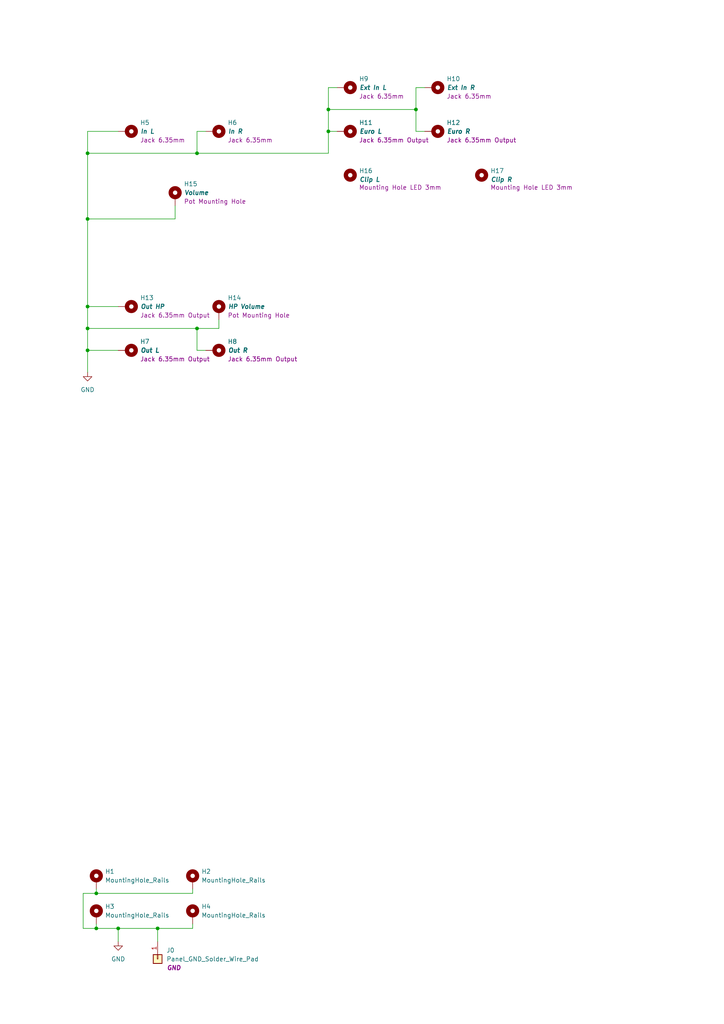
<source format=kicad_sch>
(kicad_sch (version 20250114) (generator "eeschema") (generator_version "9.0")
  (paper "A4" portrait)
  (title_block (title "Kosmo Format Front Panel - 5 cm") (company "DMH Instruments"))
  (lib_symbols
    (symbol "Mechanical:MountingHole" (pin_names (offset 1.016)) (in_bom no)
      (property "Reference" "H" (at 0 5.08 0))
      (property "Value" "MountingHole" (at 0 3.175 0))
      (symbol "MountingHole_0_1"
        (circle (center 0 0) (radius 1.27) (stroke (width 1.27)))
      )
    )
    (symbol "SynthStuff:MountingHole_Jack6.35mm_Output_v2" (pin_numbers (hide yes)) (pin_names (offset 1.016) (hide yes)) (exclude_from_sim yes) (in_bom no)
      (property "Reference" "H" (at 0 5.08 0))
      (property "Value" "SIGNAL NAME" (at 0 3.175 0))
      (property "Description" "Jack 6.35mm Output" (at 0.254 -3.302 0))
      (symbol "MountingHole_Jack6.35mm_Output_v2_0_1"
        (circle (center 0 0) (radius 1.27) (stroke (width 1.27)))
      )
      (symbol "MountingHole_Jack6.35mm_Output_v2_1_1"
        (pin input line (at -3.81 0 0) (length 2.54) (name "1") (number "1"))
      )
    )
    (symbol "SynthStuff:MountingHole_Jack6.35mm_v2" (pin_numbers (hide yes)) (pin_names (offset 1.016) (hide yes)) (exclude_from_sim yes) (in_bom no)
      (property "Reference" "H" (at 0 5.08 0))
      (property "Value" "SIGNAL NAME" (at 0 3.175 0))
      (property "Description" "Jack 6.35mm" (at 0 -3.048 0))
      (symbol "MountingHole_Jack6.35mm_v2_0_1"
        (circle (center 0 0) (radius 1.27) (stroke (width 1.27)))
      )
      (symbol "MountingHole_Jack6.35mm_v2_1_1"
        (pin input line (at -3.81 0 0) (length 2.54) (name "1") (number "1"))
      )
    )
    (symbol "SynthStuff:MountingHole_Pot" (pin_numbers (hide yes)) (pin_names (offset 1.016) (hide yes)) (exclude_from_sim yes)
      (property "Reference" "H" (at 0 6.35 0))
      (property "Value" "Function" (at 0 4.445 0))
      (property "Description" "Pot Mounting Hole" (at 0 0 0))
      (symbol "MountingHole_Pot_0_1"
        (circle (center 0 1.27) (radius 1.27) (stroke (width 1.27)))
      )
      (symbol "MountingHole_Pot_1_1"
        (pin input line (at 0 -2.54 90) (length 2.54) (name "1") (number "1"))
      )
    )
    (symbol "SynthStuff:MountingHole_Rails" (pin_numbers (hide yes)) (pin_names (offset 1.016) (hide yes)) (exclude_from_sim yes) (in_bom no)
      (property "Reference" "H" (at 0 6.35 0))
      (property "Value" "MountingHole_Rails" (at 0 4.445 0))
      (symbol "MountingHole_Rails_0_1"
        (circle (center 0 1.27) (radius 1.27) (stroke (width 1.27)))
      )
      (symbol "MountingHole_Rails_1_1"
        (pin input line (at 0 -2.54 90) (length 2.54) (name "1") (number "1"))
      )
    )
    (symbol "SynthStuff:Panel_GND_Solder_Wire_Pad" (pin_names (offset 1.016) (hide yes)) (in_bom no)
      (property "Reference" "J" (at 0 2.54 0))
      (property "Value" "Panel_GND_Solder_Wire_Pad" (at 0 -5.08 0))
      (property "Function" "Panel GND" (at 0 -2.794 0))
      (symbol "Panel_GND_Solder_Wire_Pad_1_1"
        (rectangle (start -1.27 1.27) (end 1.27 -1.27) (stroke (width 0.254)) (fill (type background)))
        (rectangle (start -1.27 0.127) (end 0 -0.127) (stroke (width 0.1524)))
        (pin power_out line (at -5.08 0 0) (length 3.81) (name "Pin_1") (number "1"))
      )
    )
    (symbol "power:GND" (power) (pin_numbers (hide yes)) (pin_names (offset 0) (hide yes))
      (property "Value" "GND" (at 0 -3.81 0))
      (symbol "GND_0_1"
        (polyline (pts (xy 0 0) (xy 0 -1.27) (xy 1.27 -1.27) (xy 0 -2.54) (xy -1.27 -1.27) (xy 0 -1.27)))
      )
      (symbol "GND_1_1"
        (pin power_in line (at 0 0 270) (length 0) (name "~") (number "1"))
      )
    )
  )
  (junction (at 34.29 269.24))
  (junction (at 57.15 95.25))
  (junction (at 45.72 269.24))
  (junction (at 25.4 63.5))
  (junction (at 95.25 38.1))
  (junction (at 25.4 44.45))
  (junction (at 120.65 31.75))
  (junction (at 27.94 269.24))
  (junction (at 57.15 44.45))
  (junction (at 25.4 101.6))
  (junction (at 25.4 95.25))
  (junction (at 25.4 88.9))
  (junction (at 27.94 259.08))
  (junction (at 95.25 31.75))
  (wire (pts (xy 59.69 101.6) (xy 57.15 101.6)))
  (wire (pts (xy 25.4 88.9) (xy 25.4 95.25)))
  (wire (pts (xy 55.88 267.97) (xy 55.88 269.24)))
  (wire (pts (xy 25.4 44.45) (xy 25.4 63.5)))
  (wire (pts (xy 120.65 31.75) (xy 120.65 38.1)))
  (wire (pts (xy 27.94 259.08) (xy 55.88 259.08)))
  (wire (pts (xy 27.94 269.24) (xy 27.94 267.97)))
  (wire (pts (xy 24.13 269.24) (xy 27.94 269.24)))
  (wire (pts (xy 63.5 92.71) (xy 63.5 95.25)))
  (wire (pts (xy 57.15 95.25) (xy 25.4 95.25)))
  (wire (pts (xy 25.4 38.1) (xy 25.4 44.45)))
  (wire (pts (xy 95.25 25.4) (xy 95.25 31.75)))
  (wire (pts (xy 45.72 269.24) (xy 45.72 273.05)))
  (wire (pts (xy 34.29 269.24) (xy 34.29 273.05)))
  (wire (pts (xy 95.25 31.75) (xy 120.65 31.75)))
  (wire (pts (xy 120.65 25.4) (xy 120.65 31.75)))
  (wire (pts (xy 50.8 59.69) (xy 50.8 63.5)))
  (wire (pts (xy 25.4 38.1) (xy 34.29 38.1)))
  (wire (pts (xy 57.15 38.1) (xy 57.15 44.45)))
  (wire (pts (xy 24.13 259.08) (xy 24.13 269.24)))
  (wire (pts (xy 55.88 257.81) (xy 55.88 259.08)))
  (wire (pts (xy 120.65 38.1) (xy 123.19 38.1)))
  (wire (pts (xy 123.19 25.4) (xy 120.65 25.4)))
  (wire (pts (xy 34.29 88.9) (xy 25.4 88.9)))
  (wire (pts (xy 25.4 44.45) (xy 57.15 44.45)))
  (wire (pts (xy 45.72 269.24) (xy 34.29 269.24)))
  (wire (pts (xy 25.4 101.6) (xy 25.4 107.95)))
  (wire (pts (xy 25.4 101.6) (xy 34.29 101.6)))
  (wire (pts (xy 57.15 38.1) (xy 59.69 38.1)))
  (wire (pts (xy 27.94 259.08) (xy 24.13 259.08)))
  (wire (pts (xy 95.25 44.45) (xy 57.15 44.45)))
  (wire (pts (xy 27.94 259.08) (xy 27.94 257.81)))
  (wire (pts (xy 63.5 95.25) (xy 57.15 95.25)))
  (wire (pts (xy 57.15 95.25) (xy 57.15 101.6)))
  (wire (pts (xy 95.25 38.1) (xy 95.25 44.45)))
  (wire (pts (xy 25.4 63.5) (xy 25.4 88.9)))
  (wire (pts (xy 50.8 63.5) (xy 25.4 63.5)))
  (wire (pts (xy 25.4 95.25) (xy 25.4 101.6)))
  (wire (pts (xy 95.25 31.75) (xy 95.25 38.1)))
  (wire (pts (xy 97.79 25.4) (xy 95.25 25.4)))
  (wire (pts (xy 55.88 269.24) (xy 45.72 269.24)))
  (wire (pts (xy 34.29 269.24) (xy 27.94 269.24)))
  (wire (pts (xy 97.79 38.1) (xy 95.25 38.1)))
  (symbol (lib_id "Mechanical:MountingHole") (at 139.7 50.8 0) (unit 1) (in_bom no)
    (property "Reference" "H17" (at 142.24 49.5299 0) (effects (justify left)))
    (property "Value" "Clip R" (at 142.24 52.0699 0) (effects (font (thickness 0.254) (bold yes) (italic yes)) (justify left)))
    (property "Footprint" "SynthStuff:MountingHole_LED_3mm" (effects (hide yes)))
    (property "Description" "Mounting Hole LED 3mm" (at 154.178 54.356 0))
  )
  (symbol (lib_id "SynthStuff:MountingHole_Pot") (at 50.8 57.15 0) (unit 1) (exclude_from_sim yes)
    (property "Reference" "H15" (at 53.34 53.3399 0) (effects (justify left)))
    (property "Value" "Volume" (at 53.34 55.88 0) (effects (font (thickness 0.254) (bold yes) (italic yes)) (justify left)))
    (property "Footprint" "SynthStuff:Pot_Cutout_Medium" (effects (hide yes)))
    (property "Description" "Pot Mounting Hole" (at 53.34 58.4199 0) (effects (justify left)))
  )
  (symbol (lib_id "SynthStuff:MountingHole_Jack6.35mm_Output_v2") (at 127 38.1 0) (unit 1) (exclude_from_sim yes) (in_bom no)
    (property "Reference" "H12" (at 129.54 35.5599 0) (effects (justify left)))
    (property "Value" "Euro R" (at 129.54 38.1 0) (effects (font (thickness 0.254) (bold yes) (italic yes)) (justify left)))
    (property "Footprint" "SynthStuff:Jack_6.35mm_Cutout_Output_v6" (effects (hide yes)))
    (property "Description" "Jack 6.35mm Output" (at 129.54 40.6399 0) (effects (justify left)))
  )
  (symbol (lib_id "SynthStuff:MountingHole_Rails") (at 55.88 255.27 0) (unit 1) (in_bom no)
    (property "Reference" "H2" (at 58.42 252.7299 0) (effects (justify left)))
    (property "Value" "MountingHole_Rails" (at 58.42 255.2699 0) (effects (justify left)))
    (property "Footprint" "SynthStuff:MountingHole_Rails" (effects (hide yes)))
    (property "Description" "Mounting Hole with connection" (effects (hide yes)))
  )
  (symbol (lib_id "SynthStuff:MountingHole_Jack6.35mm_v2") (at 38.1 38.1 0) (unit 1) (exclude_from_sim yes) (in_bom no)
    (property "Reference" "H5" (at 40.64 35.5599 0) (effects (justify left)))
    (property "Value" "In L" (at 40.64 38.1 0) (effects (font (thickness 0.254) (bold yes) (italic yes)) (justify left)))
    (property "Footprint" "SynthStuff:Jack_6.35mm_Cutout_v3" (effects (hide yes)))
    (property "Description" "Jack 6.35mm" (at 40.64 40.6399 0) (effects (justify left)))
  )
  (symbol (lib_id "SynthStuff:MountingHole_Jack6.35mm_Output_v2") (at 101.6 38.1 0) (unit 1) (exclude_from_sim yes) (in_bom no)
    (property "Reference" "H11" (at 104.14 35.5599 0) (effects (justify left)))
    (property "Value" "Euro L" (at 104.14 38.1 0) (effects (font (thickness 0.254) (bold yes) (italic yes)) (justify left)))
    (property "Footprint" "SynthStuff:Jack_6.35mm_Cutout_Output_v6" (effects (hide yes)))
    (property "Description" "Jack 6.35mm Output" (at 104.14 40.6399 0) (effects (justify left)))
  )
  (symbol (lib_id "Mechanical:MountingHole") (at 101.6 50.8 0) (unit 1) (in_bom no)
    (property "Reference" "H16" (at 104.14 49.5299 0) (effects (justify left)))
    (property "Value" "Clip L" (at 104.14 52.0699 0) (effects (font (thickness 0.254) (bold yes) (italic yes)) (justify left)))
    (property "Footprint" "SynthStuff:MountingHole_LED_3mm" (effects (hide yes)))
    (property "Description" "Mounting Hole LED 3mm" (at 116.078 54.356 0))
  )
  (symbol (lib_id "power:GND") (at 25.4 107.95 0) (unit 1)
    (property "Reference" "#PWR02" (effects (hide yes)))
    (property "Value" "GND" (at 25.4 113.03 0))
    (property "Description" "Power symbol creates a global label with name \"GND\" , ground" (effects (hide yes)))
  )
  (symbol (lib_id "SynthStuff:MountingHole_Jack6.35mm_v2") (at 63.5 38.1 0) (unit 1) (exclude_from_sim yes) (in_bom no)
    (property "Reference" "H6" (at 66.04 35.5599 0) (effects (justify left)))
    (property "Value" "In R" (at 66.04 38.1 0) (effects (font (thickness 0.254) (bold yes) (italic yes)) (justify left)))
    (property "Footprint" "SynthStuff:Jack_6.35mm_Cutout_v3" (effects (hide yes)))
    (property "Description" "Jack 6.35mm" (at 66.04 40.6399 0) (effects (justify left)))
  )
  (symbol (lib_id "SynthStuff:MountingHole_Jack6.35mm_v2") (at 127 25.4 0) (unit 1) (exclude_from_sim yes) (in_bom no)
    (property "Reference" "H10" (at 129.54 22.8599 0) (effects (justify left)))
    (property "Value" "Ext In R" (at 129.54 25.4 0) (effects (font (thickness 0.254) (bold yes) (italic yes)) (justify left)))
    (property "Footprint" "SynthStuff:Jack_6.35mm_Cutout_v3" (effects (hide yes)))
    (property "Description" "Jack 6.35mm" (at 129.54 27.9399 0) (effects (justify left)))
  )
  (symbol (lib_id "SynthStuff:MountingHole_Jack6.35mm_v2") (at 101.6 25.4 0) (unit 1) (exclude_from_sim yes) (in_bom no)
    (property "Reference" "H9" (at 104.14 22.8599 0) (effects (justify left)))
    (property "Value" "Ext In L" (at 104.14 25.4 0) (effects (font (thickness 0.254) (bold yes) (italic yes)) (justify left)))
    (property "Footprint" "SynthStuff:Jack_6.35mm_Cutout_v3" (effects (hide yes)))
    (property "Description" "Jack 6.35mm" (at 104.14 27.9399 0) (effects (justify left)))
  )
  (symbol (lib_id "SynthStuff:MountingHole_Jack6.35mm_Output_v2") (at 38.1 101.6 0) (unit 1) (exclude_from_sim yes) (in_bom no)
    (property "Reference" "H7" (at 40.64 99.0599 0) (effects (justify left)))
    (property "Value" "Out L" (at 40.64 101.6 0) (effects (font (thickness 0.254) (bold yes) (italic yes)) (justify left)))
    (property "Footprint" "SynthStuff:Jack_6.35mm_Cutout_Output_v6" (effects (hide yes)))
    (property "Description" "Jack 6.35mm Output" (at 40.64 104.1399 0) (effects (justify left)))
  )
  (symbol (lib_id "power:GND") (at 34.29 273.05 0) (unit 1)
    (property "Reference" "#PWR01" (effects (hide yes)))
    (property "Value" "GND" (at 34.29 278.13 0))
    (property "Description" "Power symbol creates a global label with name \"GND\" , ground" (effects (hide yes)))
  )
  (symbol (lib_id "SynthStuff:MountingHole_Pot") (at 63.5 90.17 0) (unit 1) (exclude_from_sim yes)
    (property "Reference" "H14" (at 66.04 86.3599 0) (effects (justify left)))
    (property "Value" "HP Volume" (at 66.04 88.9 0) (effects (font (thickness 0.254) (bold yes) (italic yes)) (justify left)))
    (property "Footprint" "SynthStuff:Pot_Cutout_Tiny" (effects (hide yes)))
    (property "Description" "Pot Mounting Hole" (at 66.04 91.4399 0) (effects (justify left)))
  )
  (symbol (lib_id "SynthStuff:MountingHole_Rails") (at 27.94 265.43 0) (unit 1) (in_bom no)
    (property "Reference" "H3" (at 30.48 262.8899 0) (effects (justify left)))
    (property "Value" "MountingHole_Rails" (at 30.48 265.4299 0) (effects (justify left)))
    (property "Footprint" "SynthStuff:MountingHole_Rails" (effects (hide yes)))
    (property "Description" "Mounting Hole with connection" (effects (hide yes)))
  )
  (symbol (lib_id "SynthStuff:MountingHole_Jack6.35mm_Output_v2") (at 63.5 101.6 0) (unit 1) (exclude_from_sim yes) (in_bom no)
    (property "Reference" "H8" (at 66.04 99.0599 0) (effects (justify left)))
    (property "Value" "Out R" (at 66.04 101.6 0) (effects (font (thickness 0.254) (bold yes) (italic yes)) (justify left)))
    (property "Footprint" "SynthStuff:Jack_6.35mm_Cutout_Output_v6" (effects (hide yes)))
    (property "Description" "Jack 6.35mm Output" (at 66.04 104.1399 0) (effects (justify left)))
  )
  (symbol (lib_id "SynthStuff:MountingHole_Rails") (at 55.88 265.43 0) (unit 1) (in_bom no)
    (property "Reference" "H4" (at 58.42 262.8899 0) (effects (justify left)))
    (property "Value" "MountingHole_Rails" (at 58.42 265.4299 0) (effects (justify left)))
    (property "Footprint" "SynthStuff:MountingHole_Rails" (effects (hide yes)))
    (property "Description" "Mounting Hole with connection" (effects (hide yes)))
  )
  (symbol (lib_id "SynthStuff:Panel_GND_Solder_Wire_Pad") (at 45.72 278.13 270) (unit 1) (in_bom no)
    (property "Reference" "J0" (at 48.26 275.5899 90) (effects (justify left)))
    (property "Value" "Panel_GND_Solder_Wire_Pad" (at 48.26 278.1299 90) (effects (justify left)))
    (property "Footprint" "SynthStuff:Panel_GND_SolderWirePad_5x10mm" (effects (hide yes)))
    (property "Description" "Solder pad to allow connection between PCB and Front Panel" (effects (hide yes)))
    (property "Function" "GND" (at 48.26 280.67 90) (effects (font (thickness 0.254) (bold yes) (italic yes)) (justify left)))
  )
  (symbol (lib_id "SynthStuff:MountingHole_Jack6.35mm_Output_v2") (at 38.1 88.9 0) (unit 1) (exclude_from_sim yes) (in_bom no)
    (property "Reference" "H13" (at 40.64 86.3599 0) (effects (justify left)))
    (property "Value" "Out HP" (at 40.64 88.9 0) (effects (font (thickness 0.254) (bold yes) (italic yes)) (justify left)))
    (property "Footprint" "SynthStuff:Jack_6.35mm_Cutout_Output_v6" (effects (hide yes)))
    (property "Description" "Jack 6.35mm Output" (at 40.64 91.4399 0) (effects (justify left)))
  )
  (symbol (lib_id "SynthStuff:MountingHole_Rails") (at 27.94 255.27 0) (unit 1) (in_bom no)
    (property "Reference" "H1" (at 30.48 252.7299 0) (effects (justify left)))
    (property "Value" "MountingHole_Rails" (at 30.48 255.2699 0) (effects (justify left)))
    (property "Footprint" "SynthStuff:MountingHole_Rails" (effects (hide yes)))
    (property "Description" "Mounting Hole with connection" (effects (hide yes)))
  )
)
</source>
